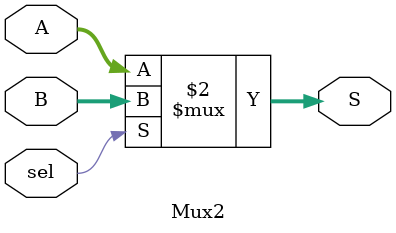
<source format=sv>
module Mux2(
	input logic [31:0] A,
	input logic [31:0] B,
	output logic [31:0] S,
	input logic sel
);

assign S = !sel ? A : B ;

endmodule: Mux2
</source>
